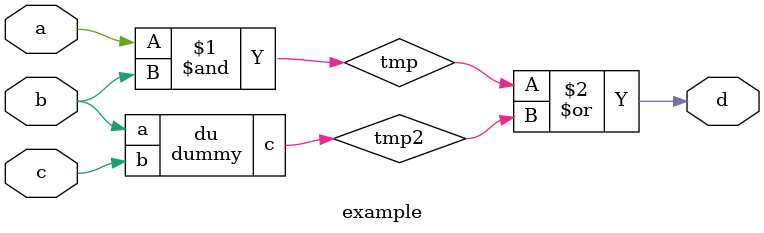
<source format=v>
module dummy (
    c,
    a,
    b
);
  output c;
  input a, b;
  and a1 (c, a, b);
endmodule
module d2 (
    y,
    a
);
  output y;
  input a;
  not n1 (y, a);
endmodule
module example (
    a,
    b,
    c,
    d
);
  input a, b, c;
  output d;
  wire tmp;
  wire tmp2;
  and a1 (tmp, a, b);
  dummy du (
      tmp2,
      b,
      c
  );
  or o1 (d, tmp, tmp2);
endmodule

</source>
